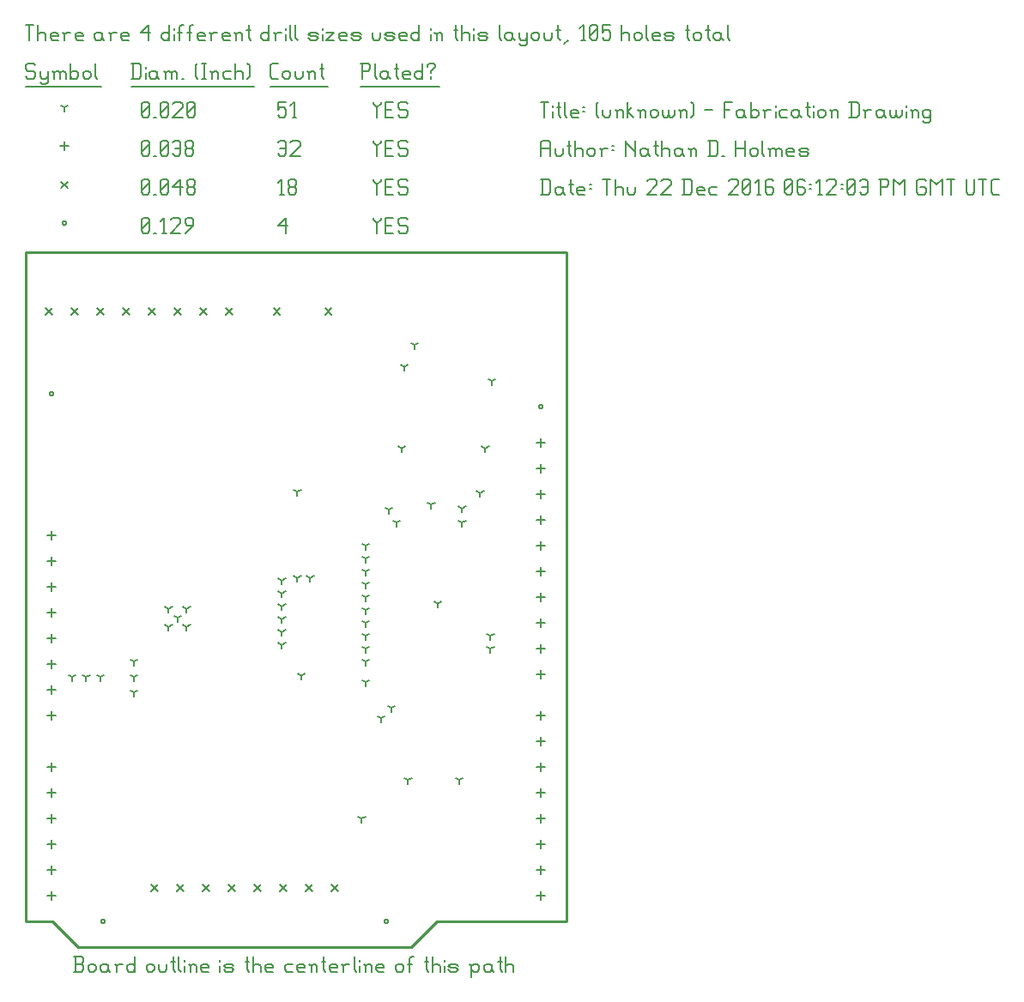
<source format=gbr>
G04 start of page 12 for group -3984 idx -3984 *
G04 Title: (unknown), fab *
G04 Creator: pcb 20140316 *
G04 CreationDate: Thu 22 Dec 2016 06:12:03 PM GMT UTC *
G04 For: ndholmes *
G04 Format: Gerber/RS-274X *
G04 PCB-Dimensions (mil): 2100.00 2700.00 *
G04 PCB-Coordinate-Origin: lower left *
%MOIN*%
%FSLAX25Y25*%
%LNFAB*%
%ADD99C,0.0100*%
%ADD98C,0.0060*%
%ADD97R,0.0080X0.0080*%
G54D97*X139200Y10000D02*G75*G03X140800Y10000I800J0D01*G01*
G75*G03X139200Y10000I-800J0D01*G01*
X199200Y210000D02*G75*G03X200800Y210000I800J0D01*G01*
G75*G03X199200Y210000I-800J0D01*G01*
X9200Y215000D02*G75*G03X10800Y215000I800J0D01*G01*
G75*G03X9200Y215000I-800J0D01*G01*
X29200Y10000D02*G75*G03X30800Y10000I800J0D01*G01*
G75*G03X29200Y10000I-800J0D01*G01*
X14200Y281250D02*G75*G03X15800Y281250I800J0D01*G01*
G75*G03X14200Y281250I-800J0D01*G01*
G54D98*X135000Y283500D02*Y282750D01*
X136500Y281250D01*
X138000Y282750D01*
Y283500D02*Y282750D01*
X136500Y281250D02*Y277500D01*
X139800Y280500D02*X142050D01*
X139800Y277500D02*X142800D01*
X139800Y283500D02*Y277500D01*
Y283500D02*X142800D01*
X147600D02*X148350Y282750D01*
X145350Y283500D02*X147600D01*
X144600Y282750D02*X145350Y283500D01*
X144600Y282750D02*Y281250D01*
X145350Y280500D01*
X147600D01*
X148350Y279750D01*
Y278250D01*
X147600Y277500D02*X148350Y278250D01*
X145350Y277500D02*X147600D01*
X144600Y278250D02*X145350Y277500D01*
X98000Y280500D02*X101000Y283500D01*
X98000Y280500D02*X101750D01*
X101000Y283500D02*Y277500D01*
X45000Y278250D02*X45750Y277500D01*
X45000Y282750D02*Y278250D01*
Y282750D02*X45750Y283500D01*
X47250D01*
X48000Y282750D01*
Y278250D01*
X47250Y277500D02*X48000Y278250D01*
X45750Y277500D02*X47250D01*
X45000Y279000D02*X48000Y282000D01*
X49800Y277500D02*X50550D01*
X53100D02*X54600D01*
X53850Y283500D02*Y277500D01*
X52350Y282000D02*X53850Y283500D01*
X56400Y282750D02*X57150Y283500D01*
X59400D01*
X60150Y282750D01*
Y281250D01*
X56400Y277500D02*X60150Y281250D01*
X56400Y277500D02*X60150D01*
X61950D02*X64950Y280500D01*
Y282750D02*Y280500D01*
X64200Y283500D02*X64950Y282750D01*
X62700Y283500D02*X64200D01*
X61950Y282750D02*X62700Y283500D01*
X61950Y282750D02*Y281250D01*
X62700Y280500D01*
X64950D01*
X48800Y24200D02*X51200Y21800D01*
X48800D02*X51200Y24200D01*
X58800D02*X61200Y21800D01*
X58800D02*X61200Y24200D01*
X68800D02*X71200Y21800D01*
X68800D02*X71200Y24200D01*
X78800D02*X81200Y21800D01*
X78800D02*X81200Y24200D01*
X88800D02*X91200Y21800D01*
X88800D02*X91200Y24200D01*
X98800D02*X101200Y21800D01*
X98800D02*X101200Y24200D01*
X108800D02*X111200Y21800D01*
X108800D02*X111200Y24200D01*
X118800D02*X121200Y21800D01*
X118800D02*X121200Y24200D01*
X77800Y248200D02*X80200Y245800D01*
X77800D02*X80200Y248200D01*
X67800D02*X70200Y245800D01*
X67800D02*X70200Y248200D01*
X57800D02*X60200Y245800D01*
X57800D02*X60200Y248200D01*
X47800D02*X50200Y245800D01*
X47800D02*X50200Y248200D01*
X37800D02*X40200Y245800D01*
X37800D02*X40200Y248200D01*
X27800D02*X30200Y245800D01*
X27800D02*X30200Y248200D01*
X17800D02*X20200Y245800D01*
X17800D02*X20200Y248200D01*
X7800D02*X10200Y245800D01*
X7800D02*X10200Y248200D01*
X116300D02*X118700Y245800D01*
X116300D02*X118700Y248200D01*
X96300D02*X98700Y245800D01*
X96300D02*X98700Y248200D01*
X13800Y297450D02*X16200Y295050D01*
X13800D02*X16200Y297450D01*
X135000Y298500D02*Y297750D01*
X136500Y296250D01*
X138000Y297750D01*
Y298500D02*Y297750D01*
X136500Y296250D02*Y292500D01*
X139800Y295500D02*X142050D01*
X139800Y292500D02*X142800D01*
X139800Y298500D02*Y292500D01*
Y298500D02*X142800D01*
X147600D02*X148350Y297750D01*
X145350Y298500D02*X147600D01*
X144600Y297750D02*X145350Y298500D01*
X144600Y297750D02*Y296250D01*
X145350Y295500D01*
X147600D01*
X148350Y294750D01*
Y293250D01*
X147600Y292500D02*X148350Y293250D01*
X145350Y292500D02*X147600D01*
X144600Y293250D02*X145350Y292500D01*
X98750D02*X100250D01*
X99500Y298500D02*Y292500D01*
X98000Y297000D02*X99500Y298500D01*
X102050Y293250D02*X102800Y292500D01*
X102050Y294750D02*Y293250D01*
Y294750D02*X102800Y295500D01*
X104300D01*
X105050Y294750D01*
Y293250D01*
X104300Y292500D02*X105050Y293250D01*
X102800Y292500D02*X104300D01*
X102050Y296250D02*X102800Y295500D01*
X102050Y297750D02*Y296250D01*
Y297750D02*X102800Y298500D01*
X104300D01*
X105050Y297750D01*
Y296250D01*
X104300Y295500D02*X105050Y296250D01*
X45000Y293250D02*X45750Y292500D01*
X45000Y297750D02*Y293250D01*
Y297750D02*X45750Y298500D01*
X47250D01*
X48000Y297750D01*
Y293250D01*
X47250Y292500D02*X48000Y293250D01*
X45750Y292500D02*X47250D01*
X45000Y294000D02*X48000Y297000D01*
X49800Y292500D02*X50550D01*
X52350Y293250D02*X53100Y292500D01*
X52350Y297750D02*Y293250D01*
Y297750D02*X53100Y298500D01*
X54600D01*
X55350Y297750D01*
Y293250D01*
X54600Y292500D02*X55350Y293250D01*
X53100Y292500D02*X54600D01*
X52350Y294000D02*X55350Y297000D01*
X57150Y295500D02*X60150Y298500D01*
X57150Y295500D02*X60900D01*
X60150Y298500D02*Y292500D01*
X62700Y293250D02*X63450Y292500D01*
X62700Y294750D02*Y293250D01*
Y294750D02*X63450Y295500D01*
X64950D01*
X65700Y294750D01*
Y293250D01*
X64950Y292500D02*X65700Y293250D01*
X63450Y292500D02*X64950D01*
X62700Y296250D02*X63450Y295500D01*
X62700Y297750D02*Y296250D01*
Y297750D02*X63450Y298500D01*
X64950D01*
X65700Y297750D01*
Y296250D01*
X64950Y295500D02*X65700Y296250D01*
X10000Y161600D02*Y158400D01*
X8400Y160000D02*X11600D01*
X10000Y151600D02*Y148400D01*
X8400Y150000D02*X11600D01*
X10000Y141600D02*Y138400D01*
X8400Y140000D02*X11600D01*
X10000Y131600D02*Y128400D01*
X8400Y130000D02*X11600D01*
X10000Y121600D02*Y118400D01*
X8400Y120000D02*X11600D01*
X10000Y111600D02*Y108400D01*
X8400Y110000D02*X11600D01*
X10000Y101600D02*Y98400D01*
X8400Y100000D02*X11600D01*
X10000Y91600D02*Y88400D01*
X8400Y90000D02*X11600D01*
X10000Y71600D02*Y68400D01*
X8400Y70000D02*X11600D01*
X10000Y61600D02*Y58400D01*
X8400Y60000D02*X11600D01*
X10000Y51600D02*Y48400D01*
X8400Y50000D02*X11600D01*
X10000Y41600D02*Y38400D01*
X8400Y40000D02*X11600D01*
X10000Y31600D02*Y28400D01*
X8400Y30000D02*X11600D01*
X10000Y21600D02*Y18400D01*
X8400Y20000D02*X11600D01*
X200000Y21600D02*Y18400D01*
X198400Y20000D02*X201600D01*
X200000Y31600D02*Y28400D01*
X198400Y30000D02*X201600D01*
X200000Y41600D02*Y38400D01*
X198400Y40000D02*X201600D01*
X200000Y51600D02*Y48400D01*
X198400Y50000D02*X201600D01*
X200000Y61600D02*Y58400D01*
X198400Y60000D02*X201600D01*
X200000Y71600D02*Y68400D01*
X198400Y70000D02*X201600D01*
X200000Y81600D02*Y78400D01*
X198400Y80000D02*X201600D01*
X200000Y91600D02*Y88400D01*
X198400Y90000D02*X201600D01*
X200000Y107600D02*Y104400D01*
X198400Y106000D02*X201600D01*
X200000Y117600D02*Y114400D01*
X198400Y116000D02*X201600D01*
X200000Y127600D02*Y124400D01*
X198400Y126000D02*X201600D01*
X200000Y137600D02*Y134400D01*
X198400Y136000D02*X201600D01*
X200000Y147600D02*Y144400D01*
X198400Y146000D02*X201600D01*
X200000Y157600D02*Y154400D01*
X198400Y156000D02*X201600D01*
X200000Y167600D02*Y164400D01*
X198400Y166000D02*X201600D01*
X200000Y177600D02*Y174400D01*
X198400Y176000D02*X201600D01*
X200000Y187600D02*Y184400D01*
X198400Y186000D02*X201600D01*
X200000Y197600D02*Y194400D01*
X198400Y196000D02*X201600D01*
X15000Y312850D02*Y309650D01*
X13400Y311250D02*X16600D01*
X135000Y313500D02*Y312750D01*
X136500Y311250D01*
X138000Y312750D01*
Y313500D02*Y312750D01*
X136500Y311250D02*Y307500D01*
X139800Y310500D02*X142050D01*
X139800Y307500D02*X142800D01*
X139800Y313500D02*Y307500D01*
Y313500D02*X142800D01*
X147600D02*X148350Y312750D01*
X145350Y313500D02*X147600D01*
X144600Y312750D02*X145350Y313500D01*
X144600Y312750D02*Y311250D01*
X145350Y310500D01*
X147600D01*
X148350Y309750D01*
Y308250D01*
X147600Y307500D02*X148350Y308250D01*
X145350Y307500D02*X147600D01*
X144600Y308250D02*X145350Y307500D01*
X98000Y312750D02*X98750Y313500D01*
X100250D01*
X101000Y312750D01*
Y308250D01*
X100250Y307500D02*X101000Y308250D01*
X98750Y307500D02*X100250D01*
X98000Y308250D02*X98750Y307500D01*
Y310500D02*X101000D01*
X102800Y312750D02*X103550Y313500D01*
X105800D01*
X106550Y312750D01*
Y311250D01*
X102800Y307500D02*X106550Y311250D01*
X102800Y307500D02*X106550D01*
X45000Y308250D02*X45750Y307500D01*
X45000Y312750D02*Y308250D01*
Y312750D02*X45750Y313500D01*
X47250D01*
X48000Y312750D01*
Y308250D01*
X47250Y307500D02*X48000Y308250D01*
X45750Y307500D02*X47250D01*
X45000Y309000D02*X48000Y312000D01*
X49800Y307500D02*X50550D01*
X52350Y308250D02*X53100Y307500D01*
X52350Y312750D02*Y308250D01*
Y312750D02*X53100Y313500D01*
X54600D01*
X55350Y312750D01*
Y308250D01*
X54600Y307500D02*X55350Y308250D01*
X53100Y307500D02*X54600D01*
X52350Y309000D02*X55350Y312000D01*
X57150Y312750D02*X57900Y313500D01*
X59400D01*
X60150Y312750D01*
Y308250D01*
X59400Y307500D02*X60150Y308250D01*
X57900Y307500D02*X59400D01*
X57150Y308250D02*X57900Y307500D01*
Y310500D02*X60150D01*
X61950Y308250D02*X62700Y307500D01*
X61950Y309750D02*Y308250D01*
Y309750D02*X62700Y310500D01*
X64200D01*
X64950Y309750D01*
Y308250D01*
X64200Y307500D02*X64950Y308250D01*
X62700Y307500D02*X64200D01*
X61950Y311250D02*X62700Y310500D01*
X61950Y312750D02*Y311250D01*
Y312750D02*X62700Y313500D01*
X64200D01*
X64950Y312750D01*
Y311250D01*
X64200Y310500D02*X64950Y311250D01*
X169500Y165000D02*Y163400D01*
Y165000D02*X170887Y165800D01*
X169500Y165000D02*X168113Y165800D01*
X132000Y103000D02*Y101400D01*
Y103000D02*X133387Y103800D01*
X132000Y103000D02*X130613Y103800D01*
X132000Y111000D02*Y109400D01*
Y111000D02*X133387Y111800D01*
X132000Y111000D02*X130613Y111800D01*
X132000Y116000D02*Y114400D01*
Y116000D02*X133387Y116800D01*
X132000Y116000D02*X130613Y116800D01*
X132000Y126000D02*Y124400D01*
Y126000D02*X133387Y126800D01*
X132000Y126000D02*X130613Y126800D01*
X132000Y131000D02*Y129400D01*
Y131000D02*X133387Y131800D01*
X132000Y131000D02*X130613Y131800D01*
X132000Y136000D02*Y134400D01*
Y136000D02*X133387Y136800D01*
X132000Y136000D02*X130613Y136800D01*
X132000Y141000D02*Y139400D01*
Y141000D02*X133387Y141800D01*
X132000Y141000D02*X130613Y141800D01*
X132000Y146000D02*Y144400D01*
Y146000D02*X133387Y146800D01*
X132000Y146000D02*X130613Y146800D01*
X132000Y151000D02*Y149400D01*
Y151000D02*X133387Y151800D01*
X132000Y151000D02*X130613Y151800D01*
X132000Y156000D02*Y154400D01*
Y156000D02*X133387Y156800D01*
X132000Y156000D02*X130613Y156800D01*
X105500Y143500D02*Y141900D01*
Y143500D02*X106887Y144300D01*
X105500Y143500D02*X104113Y144300D01*
X110500Y143500D02*Y141900D01*
Y143500D02*X111887Y144300D01*
X110500Y143500D02*X109113Y144300D01*
X107000Y105500D02*Y103900D01*
Y105500D02*X108387Y106300D01*
X107000Y105500D02*X105613Y106300D01*
X99500Y142500D02*Y140900D01*
Y142500D02*X100887Y143300D01*
X99500Y142500D02*X98113Y143300D01*
X99500Y137500D02*Y135900D01*
Y137500D02*X100887Y138300D01*
X99500Y137500D02*X98113Y138300D01*
X99500Y132500D02*Y130900D01*
Y132500D02*X100887Y133300D01*
X99500Y132500D02*X98113Y133300D01*
X99500Y127500D02*Y125900D01*
Y127500D02*X100887Y128300D01*
X99500Y127500D02*X98113Y128300D01*
X99500Y122500D02*Y120900D01*
Y122500D02*X100887Y123300D01*
X99500Y122500D02*X98113Y123300D01*
X99500Y117500D02*Y115900D01*
Y117500D02*X100887Y118300D01*
X99500Y117500D02*X98113Y118300D01*
X132000Y121000D02*Y119400D01*
Y121000D02*X133387Y121800D01*
X132000Y121000D02*X130613Y121800D01*
X157500Y172000D02*Y170400D01*
Y172000D02*X158887Y172800D01*
X157500Y172000D02*X156113Y172800D01*
X144000Y165000D02*Y163400D01*
Y165000D02*X145387Y165800D01*
X144000Y165000D02*X142613Y165800D01*
X105500Y177000D02*Y175400D01*
Y177000D02*X106887Y177800D01*
X105500Y177000D02*X104113Y177800D01*
X42000Y111000D02*Y109400D01*
Y111000D02*X43387Y111800D01*
X42000Y111000D02*X40613Y111800D01*
X42000Y105000D02*Y103400D01*
Y105000D02*X43387Y105800D01*
X42000Y105000D02*X40613Y105800D01*
X42000Y99000D02*Y97400D01*
Y99000D02*X43387Y99800D01*
X42000Y99000D02*X40613Y99800D01*
X18000Y105000D02*Y103400D01*
Y105000D02*X19387Y105800D01*
X18000Y105000D02*X16613Y105800D01*
X23500Y105000D02*Y103400D01*
Y105000D02*X24887Y105800D01*
X23500Y105000D02*X22113Y105800D01*
X29000Y105000D02*Y103400D01*
Y105000D02*X30387Y105800D01*
X29000Y105000D02*X27613Y105800D01*
X62500Y124500D02*Y122900D01*
Y124500D02*X63887Y125300D01*
X62500Y124500D02*X61113Y125300D01*
X55500Y124500D02*Y122900D01*
Y124500D02*X56887Y125300D01*
X55500Y124500D02*X54113Y125300D01*
X59000Y128000D02*Y126400D01*
Y128000D02*X60387Y128800D01*
X59000Y128000D02*X57613Y128800D01*
X55500Y131500D02*Y129900D01*
Y131500D02*X56887Y132300D01*
X55500Y131500D02*X54113Y132300D01*
X62500Y131500D02*Y129900D01*
Y131500D02*X63887Y132300D01*
X62500Y131500D02*X61113Y132300D01*
X130500Y50000D02*Y48400D01*
Y50000D02*X131887Y50800D01*
X130500Y50000D02*X129113Y50800D01*
X148500Y65000D02*Y63400D01*
Y65000D02*X149887Y65800D01*
X148500Y65000D02*X147113Y65800D01*
X168414Y65000D02*Y63400D01*
Y65000D02*X169801Y65800D01*
X168414Y65000D02*X167027Y65800D01*
X138000Y89000D02*Y87400D01*
Y89000D02*X139387Y89800D01*
X138000Y89000D02*X136613Y89800D01*
X142000Y93000D02*Y91400D01*
Y93000D02*X143387Y93800D01*
X142000Y93000D02*X140613Y93800D01*
X160000Y133500D02*Y131900D01*
Y133500D02*X161387Y134300D01*
X160000Y133500D02*X158613Y134300D01*
X180500Y116000D02*Y114400D01*
Y116000D02*X181887Y116800D01*
X180500Y116000D02*X179113Y116800D01*
X180500Y121000D02*Y119400D01*
Y121000D02*X181887Y121800D01*
X180500Y121000D02*X179113Y121800D01*
X141000Y170000D02*Y168400D01*
Y170000D02*X142387Y170800D01*
X141000Y170000D02*X139613Y170800D01*
X169500Y170500D02*Y168900D01*
Y170500D02*X170887Y171300D01*
X169500Y170500D02*X168113Y171300D01*
X147000Y225500D02*Y223900D01*
Y225500D02*X148387Y226300D01*
X147000Y225500D02*X145613Y226300D01*
X178500Y193780D02*Y192180D01*
Y193780D02*X179887Y194580D01*
X178500Y193780D02*X177113Y194580D01*
X146000Y193780D02*Y192180D01*
Y193780D02*X147387Y194580D01*
X146000Y193780D02*X144613Y194580D01*
X151000Y234000D02*Y232400D01*
Y234000D02*X152387Y234800D01*
X151000Y234000D02*X149613Y234800D01*
X176500Y176500D02*Y174900D01*
Y176500D02*X177887Y177300D01*
X176500Y176500D02*X175113Y177300D01*
X181000Y220000D02*Y218400D01*
Y220000D02*X182387Y220800D01*
X181000Y220000D02*X179613Y220800D01*
X15000Y326250D02*Y324650D01*
Y326250D02*X16387Y327050D01*
X15000Y326250D02*X13613Y327050D01*
X135000Y328500D02*Y327750D01*
X136500Y326250D01*
X138000Y327750D01*
Y328500D02*Y327750D01*
X136500Y326250D02*Y322500D01*
X139800Y325500D02*X142050D01*
X139800Y322500D02*X142800D01*
X139800Y328500D02*Y322500D01*
Y328500D02*X142800D01*
X147600D02*X148350Y327750D01*
X145350Y328500D02*X147600D01*
X144600Y327750D02*X145350Y328500D01*
X144600Y327750D02*Y326250D01*
X145350Y325500D01*
X147600D01*
X148350Y324750D01*
Y323250D01*
X147600Y322500D02*X148350Y323250D01*
X145350Y322500D02*X147600D01*
X144600Y323250D02*X145350Y322500D01*
X98000Y328500D02*X101000D01*
X98000D02*Y325500D01*
X98750Y326250D01*
X100250D01*
X101000Y325500D01*
Y323250D01*
X100250Y322500D02*X101000Y323250D01*
X98750Y322500D02*X100250D01*
X98000Y323250D02*X98750Y322500D01*
X103550D02*X105050D01*
X104300Y328500D02*Y322500D01*
X102800Y327000D02*X104300Y328500D01*
X45000Y323250D02*X45750Y322500D01*
X45000Y327750D02*Y323250D01*
Y327750D02*X45750Y328500D01*
X47250D01*
X48000Y327750D01*
Y323250D01*
X47250Y322500D02*X48000Y323250D01*
X45750Y322500D02*X47250D01*
X45000Y324000D02*X48000Y327000D01*
X49800Y322500D02*X50550D01*
X52350Y323250D02*X53100Y322500D01*
X52350Y327750D02*Y323250D01*
Y327750D02*X53100Y328500D01*
X54600D01*
X55350Y327750D01*
Y323250D01*
X54600Y322500D02*X55350Y323250D01*
X53100Y322500D02*X54600D01*
X52350Y324000D02*X55350Y327000D01*
X57150Y327750D02*X57900Y328500D01*
X60150D01*
X60900Y327750D01*
Y326250D01*
X57150Y322500D02*X60900Y326250D01*
X57150Y322500D02*X60900D01*
X62700Y323250D02*X63450Y322500D01*
X62700Y327750D02*Y323250D01*
Y327750D02*X63450Y328500D01*
X64950D01*
X65700Y327750D01*
Y323250D01*
X64950Y322500D02*X65700Y323250D01*
X63450Y322500D02*X64950D01*
X62700Y324000D02*X65700Y327000D01*
X3000Y343500D02*X3750Y342750D01*
X750Y343500D02*X3000D01*
X0Y342750D02*X750Y343500D01*
X0Y342750D02*Y341250D01*
X750Y340500D01*
X3000D01*
X3750Y339750D01*
Y338250D01*
X3000Y337500D02*X3750Y338250D01*
X750Y337500D02*X3000D01*
X0Y338250D02*X750Y337500D01*
X5550Y340500D02*Y338250D01*
X6300Y337500D01*
X8550Y340500D02*Y336000D01*
X7800Y335250D02*X8550Y336000D01*
X6300Y335250D02*X7800D01*
X5550Y336000D02*X6300Y335250D01*
Y337500D02*X7800D01*
X8550Y338250D01*
X11100Y339750D02*Y337500D01*
Y339750D02*X11850Y340500D01*
X12600D01*
X13350Y339750D01*
Y337500D01*
Y339750D02*X14100Y340500D01*
X14850D01*
X15600Y339750D01*
Y337500D01*
X10350Y340500D02*X11100Y339750D01*
X17400Y343500D02*Y337500D01*
Y338250D02*X18150Y337500D01*
X19650D01*
X20400Y338250D01*
Y339750D02*Y338250D01*
X19650Y340500D02*X20400Y339750D01*
X18150Y340500D02*X19650D01*
X17400Y339750D02*X18150Y340500D01*
X22200Y339750D02*Y338250D01*
Y339750D02*X22950Y340500D01*
X24450D01*
X25200Y339750D01*
Y338250D01*
X24450Y337500D02*X25200Y338250D01*
X22950Y337500D02*X24450D01*
X22200Y338250D02*X22950Y337500D01*
X27000Y343500D02*Y338250D01*
X27750Y337500D01*
X0Y334250D02*X29250D01*
X41750Y343500D02*Y337500D01*
X44000Y343500D02*X44750Y342750D01*
Y338250D01*
X44000Y337500D02*X44750Y338250D01*
X41000Y337500D02*X44000D01*
X41000Y343500D02*X44000D01*
X46550Y342000D02*Y341250D01*
Y339750D02*Y337500D01*
X50300Y340500D02*X51050Y339750D01*
X48800Y340500D02*X50300D01*
X48050Y339750D02*X48800Y340500D01*
X48050Y339750D02*Y338250D01*
X48800Y337500D01*
X51050Y340500D02*Y338250D01*
X51800Y337500D01*
X48800D02*X50300D01*
X51050Y338250D01*
X54350Y339750D02*Y337500D01*
Y339750D02*X55100Y340500D01*
X55850D01*
X56600Y339750D01*
Y337500D01*
Y339750D02*X57350Y340500D01*
X58100D01*
X58850Y339750D01*
Y337500D01*
X53600Y340500D02*X54350Y339750D01*
X60650Y337500D02*X61400D01*
X65900Y338250D02*X66650Y337500D01*
X65900Y342750D02*X66650Y343500D01*
X65900Y342750D02*Y338250D01*
X68450Y343500D02*X69950D01*
X69200D02*Y337500D01*
X68450D02*X69950D01*
X72500Y339750D02*Y337500D01*
Y339750D02*X73250Y340500D01*
X74000D01*
X74750Y339750D01*
Y337500D01*
X71750Y340500D02*X72500Y339750D01*
X77300Y340500D02*X79550D01*
X76550Y339750D02*X77300Y340500D01*
X76550Y339750D02*Y338250D01*
X77300Y337500D01*
X79550D01*
X81350Y343500D02*Y337500D01*
Y339750D02*X82100Y340500D01*
X83600D01*
X84350Y339750D01*
Y337500D01*
X86150Y343500D02*X86900Y342750D01*
Y338250D01*
X86150Y337500D02*X86900Y338250D01*
X41000Y334250D02*X88700D01*
X95750Y337500D02*X98000D01*
X95000Y338250D02*X95750Y337500D01*
X95000Y342750D02*Y338250D01*
Y342750D02*X95750Y343500D01*
X98000D01*
X99800Y339750D02*Y338250D01*
Y339750D02*X100550Y340500D01*
X102050D01*
X102800Y339750D01*
Y338250D01*
X102050Y337500D02*X102800Y338250D01*
X100550Y337500D02*X102050D01*
X99800Y338250D02*X100550Y337500D01*
X104600Y340500D02*Y338250D01*
X105350Y337500D01*
X106850D01*
X107600Y338250D01*
Y340500D02*Y338250D01*
X110150Y339750D02*Y337500D01*
Y339750D02*X110900Y340500D01*
X111650D01*
X112400Y339750D01*
Y337500D01*
X109400Y340500D02*X110150Y339750D01*
X114950Y343500D02*Y338250D01*
X115700Y337500D01*
X114200Y341250D02*X115700D01*
X95000Y334250D02*X117200D01*
X130750Y343500D02*Y337500D01*
X130000Y343500D02*X133000D01*
X133750Y342750D01*
Y341250D01*
X133000Y340500D02*X133750Y341250D01*
X130750Y340500D02*X133000D01*
X135550Y343500D02*Y338250D01*
X136300Y337500D01*
X140050Y340500D02*X140800Y339750D01*
X138550Y340500D02*X140050D01*
X137800Y339750D02*X138550Y340500D01*
X137800Y339750D02*Y338250D01*
X138550Y337500D01*
X140800Y340500D02*Y338250D01*
X141550Y337500D01*
X138550D02*X140050D01*
X140800Y338250D01*
X144100Y343500D02*Y338250D01*
X144850Y337500D01*
X143350Y341250D02*X144850D01*
X147100Y337500D02*X149350D01*
X146350Y338250D02*X147100Y337500D01*
X146350Y339750D02*Y338250D01*
Y339750D02*X147100Y340500D01*
X148600D01*
X149350Y339750D01*
X146350Y339000D02*X149350D01*
Y339750D02*Y339000D01*
X154150Y343500D02*Y337500D01*
X153400D02*X154150Y338250D01*
X151900Y337500D02*X153400D01*
X151150Y338250D02*X151900Y337500D01*
X151150Y339750D02*Y338250D01*
Y339750D02*X151900Y340500D01*
X153400D01*
X154150Y339750D01*
X157450Y340500D02*Y339750D01*
Y338250D02*Y337500D01*
X155950Y342750D02*Y342000D01*
Y342750D02*X156700Y343500D01*
X158200D01*
X158950Y342750D01*
Y342000D01*
X157450Y340500D02*X158950Y342000D01*
X130000Y334250D02*X160750D01*
X0Y358500D02*X3000D01*
X1500D02*Y352500D01*
X4800Y358500D02*Y352500D01*
Y354750D02*X5550Y355500D01*
X7050D01*
X7800Y354750D01*
Y352500D01*
X10350D02*X12600D01*
X9600Y353250D02*X10350Y352500D01*
X9600Y354750D02*Y353250D01*
Y354750D02*X10350Y355500D01*
X11850D01*
X12600Y354750D01*
X9600Y354000D02*X12600D01*
Y354750D02*Y354000D01*
X15150Y354750D02*Y352500D01*
Y354750D02*X15900Y355500D01*
X17400D01*
X14400D02*X15150Y354750D01*
X19950Y352500D02*X22200D01*
X19200Y353250D02*X19950Y352500D01*
X19200Y354750D02*Y353250D01*
Y354750D02*X19950Y355500D01*
X21450D01*
X22200Y354750D01*
X19200Y354000D02*X22200D01*
Y354750D02*Y354000D01*
X28950Y355500D02*X29700Y354750D01*
X27450Y355500D02*X28950D01*
X26700Y354750D02*X27450Y355500D01*
X26700Y354750D02*Y353250D01*
X27450Y352500D01*
X29700Y355500D02*Y353250D01*
X30450Y352500D01*
X27450D02*X28950D01*
X29700Y353250D01*
X33000Y354750D02*Y352500D01*
Y354750D02*X33750Y355500D01*
X35250D01*
X32250D02*X33000Y354750D01*
X37800Y352500D02*X40050D01*
X37050Y353250D02*X37800Y352500D01*
X37050Y354750D02*Y353250D01*
Y354750D02*X37800Y355500D01*
X39300D01*
X40050Y354750D01*
X37050Y354000D02*X40050D01*
Y354750D02*Y354000D01*
X44550Y355500D02*X47550Y358500D01*
X44550Y355500D02*X48300D01*
X47550Y358500D02*Y352500D01*
X55800Y358500D02*Y352500D01*
X55050D02*X55800Y353250D01*
X53550Y352500D02*X55050D01*
X52800Y353250D02*X53550Y352500D01*
X52800Y354750D02*Y353250D01*
Y354750D02*X53550Y355500D01*
X55050D01*
X55800Y354750D01*
X57600Y357000D02*Y356250D01*
Y354750D02*Y352500D01*
X59850Y357750D02*Y352500D01*
Y357750D02*X60600Y358500D01*
X61350D01*
X59100Y355500D02*X60600D01*
X63600Y357750D02*Y352500D01*
Y357750D02*X64350Y358500D01*
X65100D01*
X62850Y355500D02*X64350D01*
X67350Y352500D02*X69600D01*
X66600Y353250D02*X67350Y352500D01*
X66600Y354750D02*Y353250D01*
Y354750D02*X67350Y355500D01*
X68850D01*
X69600Y354750D01*
X66600Y354000D02*X69600D01*
Y354750D02*Y354000D01*
X72150Y354750D02*Y352500D01*
Y354750D02*X72900Y355500D01*
X74400D01*
X71400D02*X72150Y354750D01*
X76950Y352500D02*X79200D01*
X76200Y353250D02*X76950Y352500D01*
X76200Y354750D02*Y353250D01*
Y354750D02*X76950Y355500D01*
X78450D01*
X79200Y354750D01*
X76200Y354000D02*X79200D01*
Y354750D02*Y354000D01*
X81750Y354750D02*Y352500D01*
Y354750D02*X82500Y355500D01*
X83250D01*
X84000Y354750D01*
Y352500D01*
X81000Y355500D02*X81750Y354750D01*
X86550Y358500D02*Y353250D01*
X87300Y352500D01*
X85800Y356250D02*X87300D01*
X94500Y358500D02*Y352500D01*
X93750D02*X94500Y353250D01*
X92250Y352500D02*X93750D01*
X91500Y353250D02*X92250Y352500D01*
X91500Y354750D02*Y353250D01*
Y354750D02*X92250Y355500D01*
X93750D01*
X94500Y354750D01*
X97050D02*Y352500D01*
Y354750D02*X97800Y355500D01*
X99300D01*
X96300D02*X97050Y354750D01*
X101100Y357000D02*Y356250D01*
Y354750D02*Y352500D01*
X102600Y358500D02*Y353250D01*
X103350Y352500D01*
X104850Y358500D02*Y353250D01*
X105600Y352500D01*
X110550D02*X112800D01*
X113550Y353250D01*
X112800Y354000D02*X113550Y353250D01*
X110550Y354000D02*X112800D01*
X109800Y354750D02*X110550Y354000D01*
X109800Y354750D02*X110550Y355500D01*
X112800D01*
X113550Y354750D01*
X109800Y353250D02*X110550Y352500D01*
X115350Y357000D02*Y356250D01*
Y354750D02*Y352500D01*
X116850Y355500D02*X119850D01*
X116850Y352500D02*X119850Y355500D01*
X116850Y352500D02*X119850D01*
X122400D02*X124650D01*
X121650Y353250D02*X122400Y352500D01*
X121650Y354750D02*Y353250D01*
Y354750D02*X122400Y355500D01*
X123900D01*
X124650Y354750D01*
X121650Y354000D02*X124650D01*
Y354750D02*Y354000D01*
X127200Y352500D02*X129450D01*
X130200Y353250D01*
X129450Y354000D02*X130200Y353250D01*
X127200Y354000D02*X129450D01*
X126450Y354750D02*X127200Y354000D01*
X126450Y354750D02*X127200Y355500D01*
X129450D01*
X130200Y354750D01*
X126450Y353250D02*X127200Y352500D01*
X134700Y355500D02*Y353250D01*
X135450Y352500D01*
X136950D01*
X137700Y353250D01*
Y355500D02*Y353250D01*
X140250Y352500D02*X142500D01*
X143250Y353250D01*
X142500Y354000D02*X143250Y353250D01*
X140250Y354000D02*X142500D01*
X139500Y354750D02*X140250Y354000D01*
X139500Y354750D02*X140250Y355500D01*
X142500D01*
X143250Y354750D01*
X139500Y353250D02*X140250Y352500D01*
X145800D02*X148050D01*
X145050Y353250D02*X145800Y352500D01*
X145050Y354750D02*Y353250D01*
Y354750D02*X145800Y355500D01*
X147300D01*
X148050Y354750D01*
X145050Y354000D02*X148050D01*
Y354750D02*Y354000D01*
X152850Y358500D02*Y352500D01*
X152100D02*X152850Y353250D01*
X150600Y352500D02*X152100D01*
X149850Y353250D02*X150600Y352500D01*
X149850Y354750D02*Y353250D01*
Y354750D02*X150600Y355500D01*
X152100D01*
X152850Y354750D01*
X157350Y357000D02*Y356250D01*
Y354750D02*Y352500D01*
X159600Y354750D02*Y352500D01*
Y354750D02*X160350Y355500D01*
X161100D01*
X161850Y354750D01*
Y352500D01*
X158850Y355500D02*X159600Y354750D01*
X167100Y358500D02*Y353250D01*
X167850Y352500D01*
X166350Y356250D02*X167850D01*
X169350Y358500D02*Y352500D01*
Y354750D02*X170100Y355500D01*
X171600D01*
X172350Y354750D01*
Y352500D01*
X174150Y357000D02*Y356250D01*
Y354750D02*Y352500D01*
X176400D02*X178650D01*
X179400Y353250D01*
X178650Y354000D02*X179400Y353250D01*
X176400Y354000D02*X178650D01*
X175650Y354750D02*X176400Y354000D01*
X175650Y354750D02*X176400Y355500D01*
X178650D01*
X179400Y354750D01*
X175650Y353250D02*X176400Y352500D01*
X183900Y358500D02*Y353250D01*
X184650Y352500D01*
X188400Y355500D02*X189150Y354750D01*
X186900Y355500D02*X188400D01*
X186150Y354750D02*X186900Y355500D01*
X186150Y354750D02*Y353250D01*
X186900Y352500D01*
X189150Y355500D02*Y353250D01*
X189900Y352500D01*
X186900D02*X188400D01*
X189150Y353250D01*
X191700Y355500D02*Y353250D01*
X192450Y352500D01*
X194700Y355500D02*Y351000D01*
X193950Y350250D02*X194700Y351000D01*
X192450Y350250D02*X193950D01*
X191700Y351000D02*X192450Y350250D01*
Y352500D02*X193950D01*
X194700Y353250D01*
X196500Y354750D02*Y353250D01*
Y354750D02*X197250Y355500D01*
X198750D01*
X199500Y354750D01*
Y353250D01*
X198750Y352500D02*X199500Y353250D01*
X197250Y352500D02*X198750D01*
X196500Y353250D02*X197250Y352500D01*
X201300Y355500D02*Y353250D01*
X202050Y352500D01*
X203550D01*
X204300Y353250D01*
Y355500D02*Y353250D01*
X206850Y358500D02*Y353250D01*
X207600Y352500D01*
X206100Y356250D02*X207600D01*
X209100Y351000D02*X210600Y352500D01*
X215850D02*X217350D01*
X216600Y358500D02*Y352500D01*
X215100Y357000D02*X216600Y358500D01*
X219150Y353250D02*X219900Y352500D01*
X219150Y357750D02*Y353250D01*
Y357750D02*X219900Y358500D01*
X221400D01*
X222150Y357750D01*
Y353250D01*
X221400Y352500D02*X222150Y353250D01*
X219900Y352500D02*X221400D01*
X219150Y354000D02*X222150Y357000D01*
X223950Y358500D02*X226950D01*
X223950D02*Y355500D01*
X224700Y356250D01*
X226200D01*
X226950Y355500D01*
Y353250D01*
X226200Y352500D02*X226950Y353250D01*
X224700Y352500D02*X226200D01*
X223950Y353250D02*X224700Y352500D01*
X231450Y358500D02*Y352500D01*
Y354750D02*X232200Y355500D01*
X233700D01*
X234450Y354750D01*
Y352500D01*
X236250Y354750D02*Y353250D01*
Y354750D02*X237000Y355500D01*
X238500D01*
X239250Y354750D01*
Y353250D01*
X238500Y352500D02*X239250Y353250D01*
X237000Y352500D02*X238500D01*
X236250Y353250D02*X237000Y352500D01*
X241050Y358500D02*Y353250D01*
X241800Y352500D01*
X244050D02*X246300D01*
X243300Y353250D02*X244050Y352500D01*
X243300Y354750D02*Y353250D01*
Y354750D02*X244050Y355500D01*
X245550D01*
X246300Y354750D01*
X243300Y354000D02*X246300D01*
Y354750D02*Y354000D01*
X248850Y352500D02*X251100D01*
X251850Y353250D01*
X251100Y354000D02*X251850Y353250D01*
X248850Y354000D02*X251100D01*
X248100Y354750D02*X248850Y354000D01*
X248100Y354750D02*X248850Y355500D01*
X251100D01*
X251850Y354750D01*
X248100Y353250D02*X248850Y352500D01*
X257100Y358500D02*Y353250D01*
X257850Y352500D01*
X256350Y356250D02*X257850D01*
X259350Y354750D02*Y353250D01*
Y354750D02*X260100Y355500D01*
X261600D01*
X262350Y354750D01*
Y353250D01*
X261600Y352500D02*X262350Y353250D01*
X260100Y352500D02*X261600D01*
X259350Y353250D02*X260100Y352500D01*
X264900Y358500D02*Y353250D01*
X265650Y352500D01*
X264150Y356250D02*X265650D01*
X269400Y355500D02*X270150Y354750D01*
X267900Y355500D02*X269400D01*
X267150Y354750D02*X267900Y355500D01*
X267150Y354750D02*Y353250D01*
X267900Y352500D01*
X270150Y355500D02*Y353250D01*
X270900Y352500D01*
X267900D02*X269400D01*
X270150Y353250D01*
X272700Y358500D02*Y353250D01*
X273450Y352500D01*
G54D99*X0Y270000D02*Y10000D01*
X210000D02*Y270000D01*
X0D01*
Y10000D02*X10300D01*
X20300Y0D01*
X149700D01*
X159700Y10000D01*
X210000D01*
G54D98*X18675Y-9500D02*X21675D01*
X22425Y-8750D01*
Y-7250D02*Y-8750D01*
X21675Y-6500D02*X22425Y-7250D01*
X19425Y-6500D02*X21675D01*
X19425Y-3500D02*Y-9500D01*
X18675Y-3500D02*X21675D01*
X22425Y-4250D01*
Y-5750D01*
X21675Y-6500D02*X22425Y-5750D01*
X24225Y-7250D02*Y-8750D01*
Y-7250D02*X24975Y-6500D01*
X26475D01*
X27225Y-7250D01*
Y-8750D01*
X26475Y-9500D02*X27225Y-8750D01*
X24975Y-9500D02*X26475D01*
X24225Y-8750D02*X24975Y-9500D01*
X31275Y-6500D02*X32025Y-7250D01*
X29775Y-6500D02*X31275D01*
X29025Y-7250D02*X29775Y-6500D01*
X29025Y-7250D02*Y-8750D01*
X29775Y-9500D01*
X32025Y-6500D02*Y-8750D01*
X32775Y-9500D01*
X29775D02*X31275D01*
X32025Y-8750D01*
X35325Y-7250D02*Y-9500D01*
Y-7250D02*X36075Y-6500D01*
X37575D01*
X34575D02*X35325Y-7250D01*
X42375Y-3500D02*Y-9500D01*
X41625D02*X42375Y-8750D01*
X40125Y-9500D02*X41625D01*
X39375Y-8750D02*X40125Y-9500D01*
X39375Y-7250D02*Y-8750D01*
Y-7250D02*X40125Y-6500D01*
X41625D01*
X42375Y-7250D01*
X46875D02*Y-8750D01*
Y-7250D02*X47625Y-6500D01*
X49125D01*
X49875Y-7250D01*
Y-8750D01*
X49125Y-9500D02*X49875Y-8750D01*
X47625Y-9500D02*X49125D01*
X46875Y-8750D02*X47625Y-9500D01*
X51675Y-6500D02*Y-8750D01*
X52425Y-9500D01*
X53925D01*
X54675Y-8750D01*
Y-6500D02*Y-8750D01*
X57225Y-3500D02*Y-8750D01*
X57975Y-9500D01*
X56475Y-5750D02*X57975D01*
X59475Y-3500D02*Y-8750D01*
X60225Y-9500D01*
X61725Y-5000D02*Y-5750D01*
Y-7250D02*Y-9500D01*
X63975Y-7250D02*Y-9500D01*
Y-7250D02*X64725Y-6500D01*
X65475D01*
X66225Y-7250D01*
Y-9500D01*
X63225Y-6500D02*X63975Y-7250D01*
X68775Y-9500D02*X71025D01*
X68025Y-8750D02*X68775Y-9500D01*
X68025Y-7250D02*Y-8750D01*
Y-7250D02*X68775Y-6500D01*
X70275D01*
X71025Y-7250D01*
X68025Y-8000D02*X71025D01*
Y-7250D02*Y-8000D01*
X75525Y-5000D02*Y-5750D01*
Y-7250D02*Y-9500D01*
X77775D02*X80025D01*
X80775Y-8750D01*
X80025Y-8000D02*X80775Y-8750D01*
X77775Y-8000D02*X80025D01*
X77025Y-7250D02*X77775Y-8000D01*
X77025Y-7250D02*X77775Y-6500D01*
X80025D01*
X80775Y-7250D01*
X77025Y-8750D02*X77775Y-9500D01*
X86025Y-3500D02*Y-8750D01*
X86775Y-9500D01*
X85275Y-5750D02*X86775D01*
X88275Y-3500D02*Y-9500D01*
Y-7250D02*X89025Y-6500D01*
X90525D01*
X91275Y-7250D01*
Y-9500D01*
X93825D02*X96075D01*
X93075Y-8750D02*X93825Y-9500D01*
X93075Y-7250D02*Y-8750D01*
Y-7250D02*X93825Y-6500D01*
X95325D01*
X96075Y-7250D01*
X93075Y-8000D02*X96075D01*
Y-7250D02*Y-8000D01*
X101325Y-6500D02*X103575D01*
X100575Y-7250D02*X101325Y-6500D01*
X100575Y-7250D02*Y-8750D01*
X101325Y-9500D01*
X103575D01*
X106125D02*X108375D01*
X105375Y-8750D02*X106125Y-9500D01*
X105375Y-7250D02*Y-8750D01*
Y-7250D02*X106125Y-6500D01*
X107625D01*
X108375Y-7250D01*
X105375Y-8000D02*X108375D01*
Y-7250D02*Y-8000D01*
X110925Y-7250D02*Y-9500D01*
Y-7250D02*X111675Y-6500D01*
X112425D01*
X113175Y-7250D01*
Y-9500D01*
X110175Y-6500D02*X110925Y-7250D01*
X115725Y-3500D02*Y-8750D01*
X116475Y-9500D01*
X114975Y-5750D02*X116475D01*
X118725Y-9500D02*X120975D01*
X117975Y-8750D02*X118725Y-9500D01*
X117975Y-7250D02*Y-8750D01*
Y-7250D02*X118725Y-6500D01*
X120225D01*
X120975Y-7250D01*
X117975Y-8000D02*X120975D01*
Y-7250D02*Y-8000D01*
X123525Y-7250D02*Y-9500D01*
Y-7250D02*X124275Y-6500D01*
X125775D01*
X122775D02*X123525Y-7250D01*
X127575Y-3500D02*Y-8750D01*
X128325Y-9500D01*
X129825Y-5000D02*Y-5750D01*
Y-7250D02*Y-9500D01*
X132075Y-7250D02*Y-9500D01*
Y-7250D02*X132825Y-6500D01*
X133575D01*
X134325Y-7250D01*
Y-9500D01*
X131325Y-6500D02*X132075Y-7250D01*
X136875Y-9500D02*X139125D01*
X136125Y-8750D02*X136875Y-9500D01*
X136125Y-7250D02*Y-8750D01*
Y-7250D02*X136875Y-6500D01*
X138375D01*
X139125Y-7250D01*
X136125Y-8000D02*X139125D01*
Y-7250D02*Y-8000D01*
X143625Y-7250D02*Y-8750D01*
Y-7250D02*X144375Y-6500D01*
X145875D01*
X146625Y-7250D01*
Y-8750D01*
X145875Y-9500D02*X146625Y-8750D01*
X144375Y-9500D02*X145875D01*
X143625Y-8750D02*X144375Y-9500D01*
X149175Y-4250D02*Y-9500D01*
Y-4250D02*X149925Y-3500D01*
X150675D01*
X148425Y-6500D02*X149925D01*
X155625Y-3500D02*Y-8750D01*
X156375Y-9500D01*
X154875Y-5750D02*X156375D01*
X157875Y-3500D02*Y-9500D01*
Y-7250D02*X158625Y-6500D01*
X160125D01*
X160875Y-7250D01*
Y-9500D01*
X162675Y-5000D02*Y-5750D01*
Y-7250D02*Y-9500D01*
X164925D02*X167175D01*
X167925Y-8750D01*
X167175Y-8000D02*X167925Y-8750D01*
X164925Y-8000D02*X167175D01*
X164175Y-7250D02*X164925Y-8000D01*
X164175Y-7250D02*X164925Y-6500D01*
X167175D01*
X167925Y-7250D01*
X164175Y-8750D02*X164925Y-9500D01*
X173175Y-7250D02*Y-11750D01*
X172425Y-6500D02*X173175Y-7250D01*
X173925Y-6500D01*
X175425D01*
X176175Y-7250D01*
Y-8750D01*
X175425Y-9500D02*X176175Y-8750D01*
X173925Y-9500D02*X175425D01*
X173175Y-8750D02*X173925Y-9500D01*
X180225Y-6500D02*X180975Y-7250D01*
X178725Y-6500D02*X180225D01*
X177975Y-7250D02*X178725Y-6500D01*
X177975Y-7250D02*Y-8750D01*
X178725Y-9500D01*
X180975Y-6500D02*Y-8750D01*
X181725Y-9500D01*
X178725D02*X180225D01*
X180975Y-8750D01*
X184275Y-3500D02*Y-8750D01*
X185025Y-9500D01*
X183525Y-5750D02*X185025D01*
X186525Y-3500D02*Y-9500D01*
Y-7250D02*X187275Y-6500D01*
X188775D01*
X189525Y-7250D01*
Y-9500D01*
X200750Y298500D02*Y292500D01*
X203000Y298500D02*X203750Y297750D01*
Y293250D01*
X203000Y292500D02*X203750Y293250D01*
X200000Y292500D02*X203000D01*
X200000Y298500D02*X203000D01*
X207800Y295500D02*X208550Y294750D01*
X206300Y295500D02*X207800D01*
X205550Y294750D02*X206300Y295500D01*
X205550Y294750D02*Y293250D01*
X206300Y292500D01*
X208550Y295500D02*Y293250D01*
X209300Y292500D01*
X206300D02*X207800D01*
X208550Y293250D01*
X211850Y298500D02*Y293250D01*
X212600Y292500D01*
X211100Y296250D02*X212600D01*
X214850Y292500D02*X217100D01*
X214100Y293250D02*X214850Y292500D01*
X214100Y294750D02*Y293250D01*
Y294750D02*X214850Y295500D01*
X216350D01*
X217100Y294750D01*
X214100Y294000D02*X217100D01*
Y294750D02*Y294000D01*
X218900Y296250D02*X219650D01*
X218900Y294750D02*X219650D01*
X224150Y298500D02*X227150D01*
X225650D02*Y292500D01*
X228950Y298500D02*Y292500D01*
Y294750D02*X229700Y295500D01*
X231200D01*
X231950Y294750D01*
Y292500D01*
X233750Y295500D02*Y293250D01*
X234500Y292500D01*
X236000D01*
X236750Y293250D01*
Y295500D02*Y293250D01*
X241250Y297750D02*X242000Y298500D01*
X244250D01*
X245000Y297750D01*
Y296250D01*
X241250Y292500D02*X245000Y296250D01*
X241250Y292500D02*X245000D01*
X246800Y297750D02*X247550Y298500D01*
X249800D01*
X250550Y297750D01*
Y296250D01*
X246800Y292500D02*X250550Y296250D01*
X246800Y292500D02*X250550D01*
X255800Y298500D02*Y292500D01*
X258050Y298500D02*X258800Y297750D01*
Y293250D01*
X258050Y292500D02*X258800Y293250D01*
X255050Y292500D02*X258050D01*
X255050Y298500D02*X258050D01*
X261350Y292500D02*X263600D01*
X260600Y293250D02*X261350Y292500D01*
X260600Y294750D02*Y293250D01*
Y294750D02*X261350Y295500D01*
X262850D01*
X263600Y294750D01*
X260600Y294000D02*X263600D01*
Y294750D02*Y294000D01*
X266150Y295500D02*X268400D01*
X265400Y294750D02*X266150Y295500D01*
X265400Y294750D02*Y293250D01*
X266150Y292500D01*
X268400D01*
X272900Y297750D02*X273650Y298500D01*
X275900D01*
X276650Y297750D01*
Y296250D01*
X272900Y292500D02*X276650Y296250D01*
X272900Y292500D02*X276650D01*
X278450Y293250D02*X279200Y292500D01*
X278450Y297750D02*Y293250D01*
Y297750D02*X279200Y298500D01*
X280700D01*
X281450Y297750D01*
Y293250D01*
X280700Y292500D02*X281450Y293250D01*
X279200Y292500D02*X280700D01*
X278450Y294000D02*X281450Y297000D01*
X284000Y292500D02*X285500D01*
X284750Y298500D02*Y292500D01*
X283250Y297000D02*X284750Y298500D01*
X289550D02*X290300Y297750D01*
X288050Y298500D02*X289550D01*
X287300Y297750D02*X288050Y298500D01*
X287300Y297750D02*Y293250D01*
X288050Y292500D01*
X289550Y295500D02*X290300Y294750D01*
X287300Y295500D02*X289550D01*
X288050Y292500D02*X289550D01*
X290300Y293250D01*
Y294750D02*Y293250D01*
X294800D02*X295550Y292500D01*
X294800Y297750D02*Y293250D01*
Y297750D02*X295550Y298500D01*
X297050D01*
X297800Y297750D01*
Y293250D01*
X297050Y292500D02*X297800Y293250D01*
X295550Y292500D02*X297050D01*
X294800Y294000D02*X297800Y297000D01*
X301850Y298500D02*X302600Y297750D01*
X300350Y298500D02*X301850D01*
X299600Y297750D02*X300350Y298500D01*
X299600Y297750D02*Y293250D01*
X300350Y292500D01*
X301850Y295500D02*X302600Y294750D01*
X299600Y295500D02*X301850D01*
X300350Y292500D02*X301850D01*
X302600Y293250D01*
Y294750D02*Y293250D01*
X304400Y296250D02*X305150D01*
X304400Y294750D02*X305150D01*
X307700Y292500D02*X309200D01*
X308450Y298500D02*Y292500D01*
X306950Y297000D02*X308450Y298500D01*
X311000Y297750D02*X311750Y298500D01*
X314000D01*
X314750Y297750D01*
Y296250D01*
X311000Y292500D02*X314750Y296250D01*
X311000Y292500D02*X314750D01*
X316550Y296250D02*X317300D01*
X316550Y294750D02*X317300D01*
X319100Y293250D02*X319850Y292500D01*
X319100Y297750D02*Y293250D01*
Y297750D02*X319850Y298500D01*
X321350D01*
X322100Y297750D01*
Y293250D01*
X321350Y292500D02*X322100Y293250D01*
X319850Y292500D02*X321350D01*
X319100Y294000D02*X322100Y297000D01*
X323900Y297750D02*X324650Y298500D01*
X326150D01*
X326900Y297750D01*
Y293250D01*
X326150Y292500D02*X326900Y293250D01*
X324650Y292500D02*X326150D01*
X323900Y293250D02*X324650Y292500D01*
Y295500D02*X326900D01*
X332150Y298500D02*Y292500D01*
X331400Y298500D02*X334400D01*
X335150Y297750D01*
Y296250D01*
X334400Y295500D02*X335150Y296250D01*
X332150Y295500D02*X334400D01*
X336950Y298500D02*Y292500D01*
Y298500D02*X339200Y296250D01*
X341450Y298500D01*
Y292500D01*
X348950Y298500D02*X349700Y297750D01*
X346700Y298500D02*X348950D01*
X345950Y297750D02*X346700Y298500D01*
X345950Y297750D02*Y293250D01*
X346700Y292500D01*
X348950D01*
X349700Y293250D01*
Y294750D02*Y293250D01*
X348950Y295500D02*X349700Y294750D01*
X347450Y295500D02*X348950D01*
X351500Y298500D02*Y292500D01*
Y298500D02*X353750Y296250D01*
X356000Y298500D01*
Y292500D01*
X357800Y298500D02*X360800D01*
X359300D02*Y292500D01*
X365300Y298500D02*Y293250D01*
X366050Y292500D01*
X367550D01*
X368300Y293250D01*
Y298500D02*Y293250D01*
X370100Y298500D02*X373100D01*
X371600D02*Y292500D01*
X375650D02*X377900D01*
X374900Y293250D02*X375650Y292500D01*
X374900Y297750D02*Y293250D01*
Y297750D02*X375650Y298500D01*
X377900D01*
X200000Y312750D02*Y307500D01*
Y312750D02*X200750Y313500D01*
X203000D01*
X203750Y312750D01*
Y307500D01*
X200000Y310500D02*X203750D01*
X205550D02*Y308250D01*
X206300Y307500D01*
X207800D01*
X208550Y308250D01*
Y310500D02*Y308250D01*
X211100Y313500D02*Y308250D01*
X211850Y307500D01*
X210350Y311250D02*X211850D01*
X213350Y313500D02*Y307500D01*
Y309750D02*X214100Y310500D01*
X215600D01*
X216350Y309750D01*
Y307500D01*
X218150Y309750D02*Y308250D01*
Y309750D02*X218900Y310500D01*
X220400D01*
X221150Y309750D01*
Y308250D01*
X220400Y307500D02*X221150Y308250D01*
X218900Y307500D02*X220400D01*
X218150Y308250D02*X218900Y307500D01*
X223700Y309750D02*Y307500D01*
Y309750D02*X224450Y310500D01*
X225950D01*
X222950D02*X223700Y309750D01*
X227750Y311250D02*X228500D01*
X227750Y309750D02*X228500D01*
X233000Y313500D02*Y307500D01*
Y313500D02*Y312750D01*
X236750Y309000D01*
Y313500D02*Y307500D01*
X240800Y310500D02*X241550Y309750D01*
X239300Y310500D02*X240800D01*
X238550Y309750D02*X239300Y310500D01*
X238550Y309750D02*Y308250D01*
X239300Y307500D01*
X241550Y310500D02*Y308250D01*
X242300Y307500D01*
X239300D02*X240800D01*
X241550Y308250D01*
X244850Y313500D02*Y308250D01*
X245600Y307500D01*
X244100Y311250D02*X245600D01*
X247100Y313500D02*Y307500D01*
Y309750D02*X247850Y310500D01*
X249350D01*
X250100Y309750D01*
Y307500D01*
X254150Y310500D02*X254900Y309750D01*
X252650Y310500D02*X254150D01*
X251900Y309750D02*X252650Y310500D01*
X251900Y309750D02*Y308250D01*
X252650Y307500D01*
X254900Y310500D02*Y308250D01*
X255650Y307500D01*
X252650D02*X254150D01*
X254900Y308250D01*
X258200Y309750D02*Y307500D01*
Y309750D02*X258950Y310500D01*
X259700D01*
X260450Y309750D01*
Y307500D01*
X257450Y310500D02*X258200Y309750D01*
X265700Y313500D02*Y307500D01*
X267950Y313500D02*X268700Y312750D01*
Y308250D01*
X267950Y307500D02*X268700Y308250D01*
X264950Y307500D02*X267950D01*
X264950Y313500D02*X267950D01*
X270500Y307500D02*X271250D01*
X275750Y313500D02*Y307500D01*
X279500Y313500D02*Y307500D01*
X275750Y310500D02*X279500D01*
X281300Y309750D02*Y308250D01*
Y309750D02*X282050Y310500D01*
X283550D01*
X284300Y309750D01*
Y308250D01*
X283550Y307500D02*X284300Y308250D01*
X282050Y307500D02*X283550D01*
X281300Y308250D02*X282050Y307500D01*
X286100Y313500D02*Y308250D01*
X286850Y307500D01*
X289100Y309750D02*Y307500D01*
Y309750D02*X289850Y310500D01*
X290600D01*
X291350Y309750D01*
Y307500D01*
Y309750D02*X292100Y310500D01*
X292850D01*
X293600Y309750D01*
Y307500D01*
X288350Y310500D02*X289100Y309750D01*
X296150Y307500D02*X298400D01*
X295400Y308250D02*X296150Y307500D01*
X295400Y309750D02*Y308250D01*
Y309750D02*X296150Y310500D01*
X297650D01*
X298400Y309750D01*
X295400Y309000D02*X298400D01*
Y309750D02*Y309000D01*
X300950Y307500D02*X303200D01*
X303950Y308250D01*
X303200Y309000D02*X303950Y308250D01*
X300950Y309000D02*X303200D01*
X300200Y309750D02*X300950Y309000D01*
X300200Y309750D02*X300950Y310500D01*
X303200D01*
X303950Y309750D01*
X300200Y308250D02*X300950Y307500D01*
X200000Y328500D02*X203000D01*
X201500D02*Y322500D01*
X204800Y327000D02*Y326250D01*
Y324750D02*Y322500D01*
X207050Y328500D02*Y323250D01*
X207800Y322500D01*
X206300Y326250D02*X207800D01*
X209300Y328500D02*Y323250D01*
X210050Y322500D01*
X212300D02*X214550D01*
X211550Y323250D02*X212300Y322500D01*
X211550Y324750D02*Y323250D01*
Y324750D02*X212300Y325500D01*
X213800D01*
X214550Y324750D01*
X211550Y324000D02*X214550D01*
Y324750D02*Y324000D01*
X216350Y326250D02*X217100D01*
X216350Y324750D02*X217100D01*
X221600Y323250D02*X222350Y322500D01*
X221600Y327750D02*X222350Y328500D01*
X221600Y327750D02*Y323250D01*
X224150Y325500D02*Y323250D01*
X224900Y322500D01*
X226400D01*
X227150Y323250D01*
Y325500D02*Y323250D01*
X229700Y324750D02*Y322500D01*
Y324750D02*X230450Y325500D01*
X231200D01*
X231950Y324750D01*
Y322500D01*
X228950Y325500D02*X229700Y324750D01*
X233750Y328500D02*Y322500D01*
Y324750D02*X236000Y322500D01*
X233750Y324750D02*X235250Y326250D01*
X238550Y324750D02*Y322500D01*
Y324750D02*X239300Y325500D01*
X240050D01*
X240800Y324750D01*
Y322500D01*
X237800Y325500D02*X238550Y324750D01*
X242600D02*Y323250D01*
Y324750D02*X243350Y325500D01*
X244850D01*
X245600Y324750D01*
Y323250D01*
X244850Y322500D02*X245600Y323250D01*
X243350Y322500D02*X244850D01*
X242600Y323250D02*X243350Y322500D01*
X247400Y325500D02*Y323250D01*
X248150Y322500D01*
X248900D01*
X249650Y323250D01*
Y325500D02*Y323250D01*
X250400Y322500D01*
X251150D01*
X251900Y323250D01*
Y325500D02*Y323250D01*
X254450Y324750D02*Y322500D01*
Y324750D02*X255200Y325500D01*
X255950D01*
X256700Y324750D01*
Y322500D01*
X253700Y325500D02*X254450Y324750D01*
X258500Y328500D02*X259250Y327750D01*
Y323250D01*
X258500Y322500D02*X259250Y323250D01*
X263750Y325500D02*X266750D01*
X271250Y328500D02*Y322500D01*
Y328500D02*X274250D01*
X271250Y325500D02*X273500D01*
X278300D02*X279050Y324750D01*
X276800Y325500D02*X278300D01*
X276050Y324750D02*X276800Y325500D01*
X276050Y324750D02*Y323250D01*
X276800Y322500D01*
X279050Y325500D02*Y323250D01*
X279800Y322500D01*
X276800D02*X278300D01*
X279050Y323250D01*
X281600Y328500D02*Y322500D01*
Y323250D02*X282350Y322500D01*
X283850D01*
X284600Y323250D01*
Y324750D02*Y323250D01*
X283850Y325500D02*X284600Y324750D01*
X282350Y325500D02*X283850D01*
X281600Y324750D02*X282350Y325500D01*
X287150Y324750D02*Y322500D01*
Y324750D02*X287900Y325500D01*
X289400D01*
X286400D02*X287150Y324750D01*
X291200Y327000D02*Y326250D01*
Y324750D02*Y322500D01*
X293450Y325500D02*X295700D01*
X292700Y324750D02*X293450Y325500D01*
X292700Y324750D02*Y323250D01*
X293450Y322500D01*
X295700D01*
X299750Y325500D02*X300500Y324750D01*
X298250Y325500D02*X299750D01*
X297500Y324750D02*X298250Y325500D01*
X297500Y324750D02*Y323250D01*
X298250Y322500D01*
X300500Y325500D02*Y323250D01*
X301250Y322500D01*
X298250D02*X299750D01*
X300500Y323250D01*
X303800Y328500D02*Y323250D01*
X304550Y322500D01*
X303050Y326250D02*X304550D01*
X306050Y327000D02*Y326250D01*
Y324750D02*Y322500D01*
X307550Y324750D02*Y323250D01*
Y324750D02*X308300Y325500D01*
X309800D01*
X310550Y324750D01*
Y323250D01*
X309800Y322500D02*X310550Y323250D01*
X308300Y322500D02*X309800D01*
X307550Y323250D02*X308300Y322500D01*
X313100Y324750D02*Y322500D01*
Y324750D02*X313850Y325500D01*
X314600D01*
X315350Y324750D01*
Y322500D01*
X312350Y325500D02*X313100Y324750D01*
X320600Y328500D02*Y322500D01*
X322850Y328500D02*X323600Y327750D01*
Y323250D01*
X322850Y322500D02*X323600Y323250D01*
X319850Y322500D02*X322850D01*
X319850Y328500D02*X322850D01*
X326150Y324750D02*Y322500D01*
Y324750D02*X326900Y325500D01*
X328400D01*
X325400D02*X326150Y324750D01*
X332450Y325500D02*X333200Y324750D01*
X330950Y325500D02*X332450D01*
X330200Y324750D02*X330950Y325500D01*
X330200Y324750D02*Y323250D01*
X330950Y322500D01*
X333200Y325500D02*Y323250D01*
X333950Y322500D01*
X330950D02*X332450D01*
X333200Y323250D01*
X335750Y325500D02*Y323250D01*
X336500Y322500D01*
X337250D01*
X338000Y323250D01*
Y325500D02*Y323250D01*
X338750Y322500D01*
X339500D01*
X340250Y323250D01*
Y325500D02*Y323250D01*
X342050Y327000D02*Y326250D01*
Y324750D02*Y322500D01*
X344300Y324750D02*Y322500D01*
Y324750D02*X345050Y325500D01*
X345800D01*
X346550Y324750D01*
Y322500D01*
X343550Y325500D02*X344300Y324750D01*
X350600Y325500D02*X351350Y324750D01*
X349100Y325500D02*X350600D01*
X348350Y324750D02*X349100Y325500D01*
X348350Y324750D02*Y323250D01*
X349100Y322500D01*
X350600D01*
X351350Y323250D01*
X348350Y321000D02*X349100Y320250D01*
X350600D01*
X351350Y321000D01*
Y325500D02*Y321000D01*
M02*

</source>
